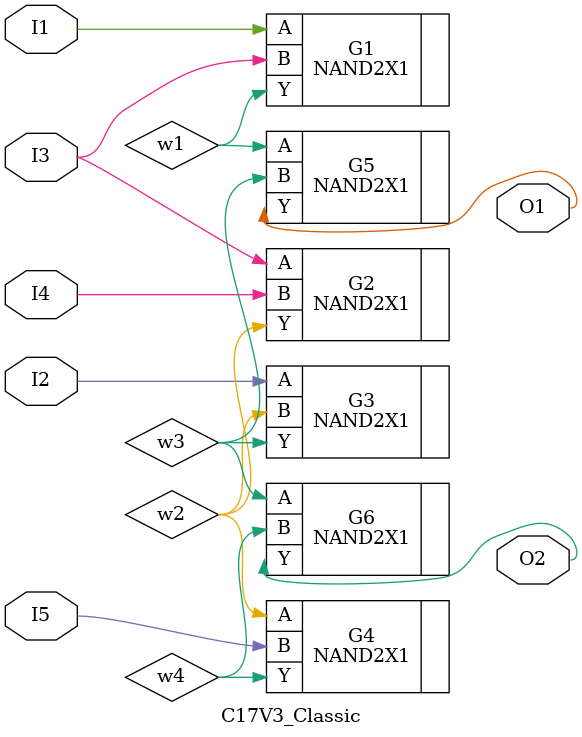
<source format=v>
module C17V3_Classic (
    I1, I2, I3, I4, I5, O1, O2 );
  input  I1, I2, I3, I4, I5;
  output O1, O2;
  wire w1, w2, w3, w4;

  
  NAND2X1   G1(.A(I1), .B(I3), .Y(w1));
  NAND2X1   G2(.A(I3), .B(I4), .Y(w2));
  
  NAND2X1   G3(.A(I2), .B(w2), .Y(w3));
  NAND2X1   G4(.A(w2), .B(I5), .Y(w4));

  NAND2X1   G5(.A(w1), .B(w3), .Y(O1));
  NAND2X1   G6(.A(w3), .B(w4), .Y(O2));

endmodule



</source>
